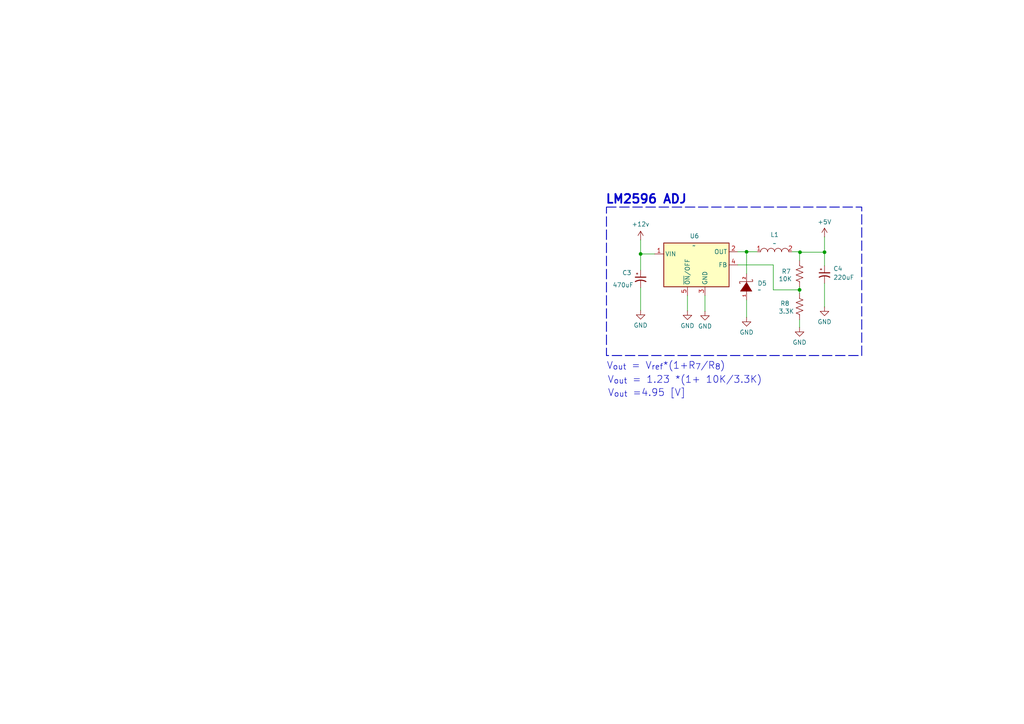
<source format=kicad_sch>
(kicad_sch
	(version 20250114)
	(generator "eeschema")
	(generator_version "9.0")
	(uuid "14393381-394c-45e9-87b8-e681d0cc0363")
	(paper "A4")
	(lib_symbols
		(symbol "Device:C_Polarized_Small_US"
			(pin_numbers
				(hide yes)
			)
			(pin_names
				(offset 0.254)
				(hide yes)
			)
			(exclude_from_sim no)
			(in_bom yes)
			(on_board yes)
			(property "Reference" "C"
				(at 0.254 1.778 0)
				(effects
					(font
						(size 1.27 1.27)
					)
					(justify left)
				)
			)
			(property "Value" "C_Polarized_Small_US"
				(at 0.254 -2.032 0)
				(effects
					(font
						(size 1.27 1.27)
					)
					(justify left)
				)
			)
			(property "Footprint" ""
				(at 0 0 0)
				(effects
					(font
						(size 1.27 1.27)
					)
					(hide yes)
				)
			)
			(property "Datasheet" "~"
				(at 0 0 0)
				(effects
					(font
						(size 1.27 1.27)
					)
					(hide yes)
				)
			)
			(property "Description" "Polarized capacitor, small US symbol"
				(at 0 0 0)
				(effects
					(font
						(size 1.27 1.27)
					)
					(hide yes)
				)
			)
			(property "ki_keywords" "cap capacitor"
				(at 0 0 0)
				(effects
					(font
						(size 1.27 1.27)
					)
					(hide yes)
				)
			)
			(property "ki_fp_filters" "CP_*"
				(at 0 0 0)
				(effects
					(font
						(size 1.27 1.27)
					)
					(hide yes)
				)
			)
			(symbol "C_Polarized_Small_US_0_1"
				(polyline
					(pts
						(xy -1.524 0.508) (xy 1.524 0.508)
					)
					(stroke
						(width 0.3048)
						(type default)
					)
					(fill
						(type none)
					)
				)
				(polyline
					(pts
						(xy -1.27 1.524) (xy -0.762 1.524)
					)
					(stroke
						(width 0)
						(type default)
					)
					(fill
						(type none)
					)
				)
				(polyline
					(pts
						(xy -1.016 1.27) (xy -1.016 1.778)
					)
					(stroke
						(width 0)
						(type default)
					)
					(fill
						(type none)
					)
				)
				(arc
					(start -1.524 -0.762)
					(mid 0 -0.3734)
					(end 1.524 -0.762)
					(stroke
						(width 0.3048)
						(type default)
					)
					(fill
						(type none)
					)
				)
			)
			(symbol "C_Polarized_Small_US_1_1"
				(pin passive line
					(at 0 2.54 270)
					(length 2.032)
					(name "~"
						(effects
							(font
								(size 1.27 1.27)
							)
						)
					)
					(number "1"
						(effects
							(font
								(size 1.27 1.27)
							)
						)
					)
				)
				(pin passive line
					(at 0 -2.54 90)
					(length 2.032)
					(name "~"
						(effects
							(font
								(size 1.27 1.27)
							)
						)
					)
					(number "2"
						(effects
							(font
								(size 1.27 1.27)
							)
						)
					)
				)
			)
			(embedded_fonts no)
		)
		(symbol "Device:R_US"
			(pin_numbers
				(hide yes)
			)
			(pin_names
				(offset 0)
			)
			(exclude_from_sim no)
			(in_bom yes)
			(on_board yes)
			(property "Reference" "R"
				(at 2.54 0 90)
				(effects
					(font
						(size 1.27 1.27)
					)
				)
			)
			(property "Value" "R_US"
				(at -2.54 0 90)
				(effects
					(font
						(size 1.27 1.27)
					)
				)
			)
			(property "Footprint" ""
				(at 1.016 -0.254 90)
				(effects
					(font
						(size 1.27 1.27)
					)
					(hide yes)
				)
			)
			(property "Datasheet" "~"
				(at 0 0 0)
				(effects
					(font
						(size 1.27 1.27)
					)
					(hide yes)
				)
			)
			(property "Description" "Resistor, US symbol"
				(at 0 0 0)
				(effects
					(font
						(size 1.27 1.27)
					)
					(hide yes)
				)
			)
			(property "ki_keywords" "R res resistor"
				(at 0 0 0)
				(effects
					(font
						(size 1.27 1.27)
					)
					(hide yes)
				)
			)
			(property "ki_fp_filters" "R_*"
				(at 0 0 0)
				(effects
					(font
						(size 1.27 1.27)
					)
					(hide yes)
				)
			)
			(symbol "R_US_0_1"
				(polyline
					(pts
						(xy 0 2.286) (xy 0 2.54)
					)
					(stroke
						(width 0)
						(type default)
					)
					(fill
						(type none)
					)
				)
				(polyline
					(pts
						(xy 0 2.286) (xy 1.016 1.905) (xy 0 1.524) (xy -1.016 1.143) (xy 0 0.762)
					)
					(stroke
						(width 0)
						(type default)
					)
					(fill
						(type none)
					)
				)
				(polyline
					(pts
						(xy 0 0.762) (xy 1.016 0.381) (xy 0 0) (xy -1.016 -0.381) (xy 0 -0.762)
					)
					(stroke
						(width 0)
						(type default)
					)
					(fill
						(type none)
					)
				)
				(polyline
					(pts
						(xy 0 -0.762) (xy 1.016 -1.143) (xy 0 -1.524) (xy -1.016 -1.905) (xy 0 -2.286)
					)
					(stroke
						(width 0)
						(type default)
					)
					(fill
						(type none)
					)
				)
				(polyline
					(pts
						(xy 0 -2.286) (xy 0 -2.54)
					)
					(stroke
						(width 0)
						(type default)
					)
					(fill
						(type none)
					)
				)
			)
			(symbol "R_US_1_1"
				(pin passive line
					(at 0 3.81 270)
					(length 1.27)
					(name "~"
						(effects
							(font
								(size 1.27 1.27)
							)
						)
					)
					(number "1"
						(effects
							(font
								(size 1.27 1.27)
							)
						)
					)
				)
				(pin passive line
					(at 0 -3.81 90)
					(length 1.27)
					(name "~"
						(effects
							(font
								(size 1.27 1.27)
							)
						)
					)
					(number "2"
						(effects
							(font
								(size 1.27 1.27)
							)
						)
					)
				)
			)
			(embedded_fonts no)
		)
		(symbol "JuanDavid_Library:Coil__2.5A_100uH"
			(exclude_from_sim no)
			(in_bom yes)
			(on_board yes)
			(property "Reference" "L"
				(at -3.302 3.81 0)
				(effects
					(font
						(size 1.27 1.27)
					)
				)
			)
			(property "Value" ""
				(at 0 0 0)
				(effects
					(font
						(size 1.27 1.27)
					)
				)
			)
			(property "Footprint" "JuanDavid_Library:IND-SMD_L10.3-W10.3_1274AS-H-330M"
				(at 1.27 -5.334 0)
				(effects
					(font
						(size 1.27 1.27)
					)
					(hide yes)
				)
			)
			(property "Datasheet" ""
				(at 0 0 0)
				(effects
					(font
						(size 1.27 1.27)
					)
					(hide yes)
				)
			)
			(property "Description" ""
				(at 0 0 0)
				(effects
					(font
						(size 1.27 1.27)
					)
					(hide yes)
				)
			)
			(property "LCSC Part" "C2875675"
				(at 0 -2.794 0)
				(effects
					(font
						(size 1.27 1.27)
					)
					(hide yes)
				)
			)
			(property "Name" "Coil"
				(at -3.81 -7.62 0)
				(effects
					(font
						(size 1.27 1.27)
					)
					(hide yes)
				)
			)
			(symbol "Coil__2.5A_100uH_0_1"
				(arc
					(start -4.06 -0.01)
					(mid -3.055 1.013)
					(end -2.03 0.01)
					(stroke
						(width 0)
						(type default)
					)
					(fill
						(type none)
					)
				)
				(arc
					(start -2.03 -0.01)
					(mid -1.025 1.013)
					(end 0 0.01)
					(stroke
						(width 0)
						(type default)
					)
					(fill
						(type none)
					)
				)
				(arc
					(start 0 -0.01)
					(mid 1.005 1.013)
					(end 2.03 0.01)
					(stroke
						(width 0)
						(type default)
					)
					(fill
						(type none)
					)
				)
				(arc
					(start 2.03 -0.01)
					(mid 3.035 1.013)
					(end 4.06 0.01)
					(stroke
						(width 0)
						(type default)
					)
					(fill
						(type none)
					)
				)
			)
			(symbol "Coil__2.5A_100uH_1_1"
				(pin unspecified line
					(at -5.08 0 0)
					(length 1.016)
					(name ""
						(effects
							(font
								(size 1.27 1.27)
							)
						)
					)
					(number "1"
						(effects
							(font
								(size 1.27 1.27)
							)
						)
					)
				)
				(pin unspecified line
					(at 5.08 0 180)
					(length 1.016)
					(name ""
						(effects
							(font
								(size 1.27 1.27)
							)
						)
					)
					(number "2"
						(effects
							(font
								(size 1.27 1.27)
							)
						)
					)
				)
			)
			(embedded_fonts no)
		)
		(symbol "JuanDavid_Library:LM2596-adj"
			(exclude_from_sim no)
			(in_bom yes)
			(on_board yes)
			(property "Reference" "U"
				(at 1.27 9.525 0)
				(effects
					(font
						(size 1.27 1.27)
					)
				)
			)
			(property "Value" ""
				(at 0 0 0)
				(effects
					(font
						(size 1.27 1.27)
					)
				)
			)
			(property "Footprint" "JuanDavid_Library:TO-263-5_L10.2-W8.9-P1.70-BR"
				(at 2.54 -22.225 0)
				(effects
					(font
						(size 1.27 1.27)
					)
					(hide yes)
				)
			)
			(property "Datasheet" ""
				(at 0 0 0)
				(effects
					(font
						(size 1.27 1.27)
					)
					(hide yes)
				)
			)
			(property "Description" "Step-down type Adjustable 40V 1.2V~37V 3A TO-263-5 DC-DC Converters ROHS"
				(at 1.27 -14.605 0)
				(effects
					(font
						(size 1.27 1.27)
					)
					(hide yes)
				)
			)
			(property "LCSC Part" "C347423"
				(at 1.27 -19.685 0)
				(effects
					(font
						(size 1.27 1.27)
					)
					(hide yes)
				)
			)
			(property "Name" "LM2596S-ADJ"
				(at 0.635 -17.145 0)
				(effects
					(font
						(size 1.27 1.27)
					)
					(hide yes)
				)
			)
			(symbol "LM2596-adj_0_1"
				(rectangle
					(start -8.763 6.35)
					(end 10.16 -6.35)
					(stroke
						(width 0.254)
						(type default)
					)
					(fill
						(type background)
					)
				)
			)
			(symbol "LM2596-adj_1_1"
				(pin power_in line
					(at -11.43 3.175 0)
					(length 2.54)
					(name "VIN"
						(effects
							(font
								(size 1.27 1.27)
							)
						)
					)
					(number "1"
						(effects
							(font
								(size 1.27 1.27)
							)
						)
					)
				)
				(pin input line
					(at -1.905 -8.89 90)
					(length 2.54)
					(name "~{ON}/OFF"
						(effects
							(font
								(size 1.27 1.27)
							)
						)
					)
					(number "5"
						(effects
							(font
								(size 1.27 1.27)
							)
						)
					)
				)
				(pin power_in line
					(at 3.175 -8.89 90)
					(length 2.54)
					(name "GND"
						(effects
							(font
								(size 1.27 1.27)
							)
						)
					)
					(number "3"
						(effects
							(font
								(size 1.27 1.27)
							)
						)
					)
				)
				(pin output line
					(at 12.7 3.81 180)
					(length 2.54)
					(name "OUT"
						(effects
							(font
								(size 1.27 1.27)
							)
						)
					)
					(number "2"
						(effects
							(font
								(size 1.27 1.27)
							)
						)
					)
				)
				(pin input line
					(at 12.7 0 180)
					(length 2.54)
					(name "FB"
						(effects
							(font
								(size 1.27 1.27)
							)
						)
					)
					(number "4"
						(effects
							(font
								(size 1.27 1.27)
							)
						)
					)
				)
			)
			(embedded_fonts no)
		)
		(symbol "JuanDavid_Library:SS54"
			(exclude_from_sim no)
			(in_bom yes)
			(on_board yes)
			(property "Reference" "D"
				(at 0 2.54 0)
				(effects
					(font
						(size 1.27 1.27)
					)
				)
			)
			(property "Value" ""
				(at 0 0 0)
				(effects
					(font
						(size 1.27 1.27)
					)
				)
			)
			(property "Footprint" "JuanDavid_Library:SMA_L4.4-W2.8-LS5.4-R-RD"
				(at 1.27 -6.35 0)
				(effects
					(font
						(size 1.27 1.27)
					)
					(hide yes)
				)
			)
			(property "Datasheet" ""
				(at 0 0 0)
				(effects
					(font
						(size 1.27 1.27)
					)
					(hide yes)
				)
			)
			(property "Description" "40V 550mV@5A 5A SMA(DO-214AC) Schottky Barrier Diodes (SBD) ROHS"
				(at 1.27 -8.89 0)
				(effects
					(font
						(size 1.27 1.27)
					)
					(hide yes)
				)
			)
			(property "LCSC Part" "C22452"
				(at 0 -3.81 0)
				(effects
					(font
						(size 1.27 1.27)
					)
					(hide yes)
				)
			)
			(property "Name" "SS54"
				(at 1.27 -11.43 0)
				(effects
					(font
						(size 1.27 1.27)
					)
					(hide yes)
				)
			)
			(symbol "SS54_0_1"
				(polyline
					(pts
						(xy -2.03 1.52) (xy -2.03 1.78) (xy -1.52 1.78) (xy -1.52 -2.03) (xy -1.02 -2.03) (xy -1.02 -1.78)
					)
					(stroke
						(width 0)
						(type default)
					)
					(fill
						(type none)
					)
				)
			)
			(symbol "SS54_1_1"
				(polyline
					(pts
						(xy 1.27 1.52) (xy -1.27 0) (xy 1.27 -1.78) (xy 1.27 1.52)
					)
					(stroke
						(width 0)
						(type solid)
					)
					(fill
						(type color)
						(color 132 0 0 1)
					)
				)
				(pin output line
					(at -3.81 0 0)
					(length 2.54)
					(name ""
						(effects
							(font
								(size 1.27 1.27)
							)
						)
					)
					(number "2"
						(effects
							(font
								(size 0.762 0.762)
							)
						)
					)
				)
				(pin input line
					(at 3.81 0 180)
					(length 2.54)
					(name ""
						(effects
							(font
								(size 1.27 1.27)
							)
						)
					)
					(number "1"
						(effects
							(font
								(size 0.762 0.762)
							)
						)
					)
				)
			)
			(embedded_fonts no)
		)
		(symbol "power:+12C"
			(power)
			(pin_numbers
				(hide yes)
			)
			(pin_names
				(offset 0)
				(hide yes)
			)
			(exclude_from_sim no)
			(in_bom yes)
			(on_board yes)
			(property "Reference" "#PWR"
				(at 0 -3.81 0)
				(effects
					(font
						(size 1.27 1.27)
					)
					(hide yes)
				)
			)
			(property "Value" "+12C"
				(at 0 3.556 0)
				(effects
					(font
						(size 1.27 1.27)
					)
				)
			)
			(property "Footprint" ""
				(at 0 0 0)
				(effects
					(font
						(size 1.27 1.27)
					)
					(hide yes)
				)
			)
			(property "Datasheet" ""
				(at 0 0 0)
				(effects
					(font
						(size 1.27 1.27)
					)
					(hide yes)
				)
			)
			(property "Description" "Power symbol creates a global label with name \"+12C\""
				(at 0 0 0)
				(effects
					(font
						(size 1.27 1.27)
					)
					(hide yes)
				)
			)
			(property "ki_keywords" "global power"
				(at 0 0 0)
				(effects
					(font
						(size 1.27 1.27)
					)
					(hide yes)
				)
			)
			(symbol "+12C_0_1"
				(polyline
					(pts
						(xy -0.762 1.27) (xy 0 2.54)
					)
					(stroke
						(width 0)
						(type default)
					)
					(fill
						(type none)
					)
				)
				(polyline
					(pts
						(xy 0 2.54) (xy 0.762 1.27)
					)
					(stroke
						(width 0)
						(type default)
					)
					(fill
						(type none)
					)
				)
				(polyline
					(pts
						(xy 0 0) (xy 0 2.54)
					)
					(stroke
						(width 0)
						(type default)
					)
					(fill
						(type none)
					)
				)
			)
			(symbol "+12C_1_1"
				(pin power_in line
					(at 0 0 90)
					(length 0)
					(name "~"
						(effects
							(font
								(size 1.27 1.27)
							)
						)
					)
					(number "1"
						(effects
							(font
								(size 1.27 1.27)
							)
						)
					)
				)
			)
			(embedded_fonts no)
		)
		(symbol "power:+5V"
			(power)
			(pin_numbers
				(hide yes)
			)
			(pin_names
				(offset 0)
				(hide yes)
			)
			(exclude_from_sim no)
			(in_bom yes)
			(on_board yes)
			(property "Reference" "#PWR"
				(at 0 -3.81 0)
				(effects
					(font
						(size 1.27 1.27)
					)
					(hide yes)
				)
			)
			(property "Value" "+5V"
				(at 0 3.556 0)
				(effects
					(font
						(size 1.27 1.27)
					)
				)
			)
			(property "Footprint" ""
				(at 0 0 0)
				(effects
					(font
						(size 1.27 1.27)
					)
					(hide yes)
				)
			)
			(property "Datasheet" ""
				(at 0 0 0)
				(effects
					(font
						(size 1.27 1.27)
					)
					(hide yes)
				)
			)
			(property "Description" "Power symbol creates a global label with name \"+5V\""
				(at 0 0 0)
				(effects
					(font
						(size 1.27 1.27)
					)
					(hide yes)
				)
			)
			(property "ki_keywords" "global power"
				(at 0 0 0)
				(effects
					(font
						(size 1.27 1.27)
					)
					(hide yes)
				)
			)
			(symbol "+5V_0_1"
				(polyline
					(pts
						(xy -0.762 1.27) (xy 0 2.54)
					)
					(stroke
						(width 0)
						(type default)
					)
					(fill
						(type none)
					)
				)
				(polyline
					(pts
						(xy 0 2.54) (xy 0.762 1.27)
					)
					(stroke
						(width 0)
						(type default)
					)
					(fill
						(type none)
					)
				)
				(polyline
					(pts
						(xy 0 0) (xy 0 2.54)
					)
					(stroke
						(width 0)
						(type default)
					)
					(fill
						(type none)
					)
				)
			)
			(symbol "+5V_1_1"
				(pin power_in line
					(at 0 0 90)
					(length 0)
					(name "~"
						(effects
							(font
								(size 1.27 1.27)
							)
						)
					)
					(number "1"
						(effects
							(font
								(size 1.27 1.27)
							)
						)
					)
				)
			)
			(embedded_fonts no)
		)
		(symbol "power:GND"
			(power)
			(pin_numbers
				(hide yes)
			)
			(pin_names
				(offset 0)
				(hide yes)
			)
			(exclude_from_sim no)
			(in_bom yes)
			(on_board yes)
			(property "Reference" "#PWR"
				(at 0 -6.35 0)
				(effects
					(font
						(size 1.27 1.27)
					)
					(hide yes)
				)
			)
			(property "Value" "GND"
				(at 0 -3.81 0)
				(effects
					(font
						(size 1.27 1.27)
					)
				)
			)
			(property "Footprint" ""
				(at 0 0 0)
				(effects
					(font
						(size 1.27 1.27)
					)
					(hide yes)
				)
			)
			(property "Datasheet" ""
				(at 0 0 0)
				(effects
					(font
						(size 1.27 1.27)
					)
					(hide yes)
				)
			)
			(property "Description" "Power symbol creates a global label with name \"GND\" , ground"
				(at 0 0 0)
				(effects
					(font
						(size 1.27 1.27)
					)
					(hide yes)
				)
			)
			(property "ki_keywords" "global power"
				(at 0 0 0)
				(effects
					(font
						(size 1.27 1.27)
					)
					(hide yes)
				)
			)
			(symbol "GND_0_1"
				(polyline
					(pts
						(xy 0 0) (xy 0 -1.27) (xy 1.27 -1.27) (xy 0 -2.54) (xy -1.27 -1.27) (xy 0 -1.27)
					)
					(stroke
						(width 0)
						(type default)
					)
					(fill
						(type none)
					)
				)
			)
			(symbol "GND_1_1"
				(pin power_in line
					(at 0 0 270)
					(length 0)
					(name "~"
						(effects
							(font
								(size 1.27 1.27)
							)
						)
					)
					(number "1"
						(effects
							(font
								(size 1.27 1.27)
							)
						)
					)
				)
			)
			(embedded_fonts no)
		)
	)
	(rectangle
		(start 175.895 60.071)
		(end 249.936 103.124)
		(stroke
			(width 0.254)
			(type dash)
		)
		(fill
			(type none)
		)
		(uuid e21d0e7b-5e40-457b-9a68-1dcb7c540585)
	)
	(text "V_{out} =4.95 [V]"
		(exclude_from_sim no)
		(at 187.579 114.046 0)
		(effects
			(font
				(size 2.032 2.032)
			)
		)
		(uuid "328dc975-7bc6-41e7-95cf-82a6d4b88fc6")
	)
	(text "V_{out} = 1.23 *(1+ ${5e525287-e87d-4e0b-b53e-feecc9cd7c21:VALUE}/${d14be894-936e-429c-b777-c015d9783fcb:VALUE})"
		(exclude_from_sim no)
		(at 198.628 110.236 0)
		(effects
			(font
				(size 2.032 2.032)
			)
		)
		(uuid "a340c143-3893-49b7-a4a4-28c650fbf963")
	)
	(text "V_{out} = V_{ref}*(1+R_{7}/R_{8})"
		(exclude_from_sim no)
		(at 193.167 106.172 0)
		(effects
			(font
				(size 2.032 2.032)
			)
		)
		(uuid "b15506a3-483d-49c4-9e9c-4197ca67ce49")
	)
	(text "LM2596 ADJ\n"
		(exclude_from_sim no)
		(at 187.452 57.912 0)
		(effects
			(font
				(face "KiCad Font")
				(size 2.54 2.54)
				(bold yes)
			)
		)
		(uuid "bbd2572c-5388-464d-8f35-db2091483905")
	)
	(junction
		(at 216.535 73.025)
		(diameter 0)
		(color 0 0 0 0)
		(uuid "10eaface-48c0-4a45-848c-804cecd40ab4")
	)
	(junction
		(at 185.801 73.66)
		(diameter 0)
		(color 0 0 0 0)
		(uuid "8a442a01-1df1-40f5-92e5-8e0e5cda7992")
	)
	(junction
		(at 232.029 73.152)
		(diameter 0)
		(color 0 0 0 0)
		(uuid "920c7386-f1ef-4c49-8528-0222419da98a")
	)
	(junction
		(at 231.902 84.074)
		(diameter 0)
		(color 0 0 0 0)
		(uuid "b9b0b7aa-6c01-4c3c-9a93-d6b2424dba2d")
	)
	(junction
		(at 239.141 73.152)
		(diameter 0)
		(color 0 0 0 0)
		(uuid "d608dc74-87e5-4585-9080-320401642850")
	)
	(wire
		(pts
			(xy 185.801 73.66) (xy 185.801 78.359)
		)
		(stroke
			(width 0)
			(type default)
		)
		(uuid "0dc3ac6c-a878-4e92-8069-4d7721616390")
	)
	(wire
		(pts
			(xy 229.743 73.025) (xy 232.029 73.025)
		)
		(stroke
			(width 0)
			(type default)
		)
		(uuid "1577de38-2aec-403b-beda-936f5994b257")
	)
	(wire
		(pts
			(xy 231.902 73.152) (xy 231.902 75.565)
		)
		(stroke
			(width 0)
			(type default)
		)
		(uuid "2e4ae254-803e-46ac-bc35-23d8eec88821")
	)
	(wire
		(pts
			(xy 239.141 68.707) (xy 239.141 73.152)
		)
		(stroke
			(width 0)
			(type default)
		)
		(uuid "34322086-b88b-4868-b53a-fef167b5fe8a")
	)
	(wire
		(pts
			(xy 213.995 76.835) (xy 224.282 76.835)
		)
		(stroke
			(width 0)
			(type default)
		)
		(uuid "44137428-0a3a-4533-84ed-897f1f98fac8")
	)
	(wire
		(pts
			(xy 224.282 84.074) (xy 231.902 84.074)
		)
		(stroke
			(width 0)
			(type default)
		)
		(uuid "476d141b-5776-40f4-9f1a-d785d826453c")
	)
	(wire
		(pts
			(xy 185.801 83.439) (xy 185.801 90.043)
		)
		(stroke
			(width 0)
			(type default)
		)
		(uuid "48b4d960-a805-484d-beac-98eac248c998")
	)
	(wire
		(pts
			(xy 231.902 73.152) (xy 232.029 73.152)
		)
		(stroke
			(width 0)
			(type default)
		)
		(uuid "4982a368-a515-4488-81b9-1a62aa3cc550")
	)
	(wire
		(pts
			(xy 189.865 73.66) (xy 185.801 73.66)
		)
		(stroke
			(width 0)
			(type default)
		)
		(uuid "4c9d40a2-a913-4324-9553-09b6562bb243")
	)
	(wire
		(pts
			(xy 224.282 76.835) (xy 224.282 84.074)
		)
		(stroke
			(width 0)
			(type default)
		)
		(uuid "4d932379-1207-4dc7-9698-1d5f7116adec")
	)
	(wire
		(pts
			(xy 185.801 69.596) (xy 185.801 73.66)
		)
		(stroke
			(width 0)
			(type default)
		)
		(uuid "5114ed59-fcfb-49e4-a9d8-488b8b3aa057")
	)
	(wire
		(pts
			(xy 232.029 73.152) (xy 239.141 73.152)
		)
		(stroke
			(width 0)
			(type default)
		)
		(uuid "51939961-d2a3-42bb-94f0-845a8306b037")
	)
	(wire
		(pts
			(xy 231.902 83.185) (xy 231.902 84.074)
		)
		(stroke
			(width 0)
			(type default)
		)
		(uuid "62cc1ee4-6cd3-427d-b160-65412adacfd7")
	)
	(wire
		(pts
			(xy 216.535 86.995) (xy 216.535 92.075)
		)
		(stroke
			(width 0)
			(type default)
		)
		(uuid "6ca04718-c2ba-4fe9-a14b-f5162773db1b")
	)
	(wire
		(pts
			(xy 216.535 73.025) (xy 216.535 79.375)
		)
		(stroke
			(width 0)
			(type default)
		)
		(uuid "7f766edd-a3e2-46cb-9235-e3a0b9e65926")
	)
	(wire
		(pts
			(xy 199.39 85.725) (xy 199.39 90.17)
		)
		(stroke
			(width 0)
			(type default)
		)
		(uuid "98b05b3a-605d-43ba-82ce-ff1ed734bcb8")
	)
	(wire
		(pts
			(xy 216.535 73.025) (xy 219.583 73.025)
		)
		(stroke
			(width 0)
			(type default)
		)
		(uuid "9923bff2-dc92-4c4b-a081-83641c606f58")
	)
	(wire
		(pts
			(xy 239.141 73.152) (xy 239.141 77.089)
		)
		(stroke
			(width 0)
			(type default)
		)
		(uuid "aa0aadd3-1977-4b12-9e54-937e947443d1")
	)
	(wire
		(pts
			(xy 204.47 85.725) (xy 204.47 90.297)
		)
		(stroke
			(width 0)
			(type default)
		)
		(uuid "bf091975-cacc-4735-9a63-4dc4a7acdf61")
	)
	(wire
		(pts
			(xy 239.141 82.169) (xy 239.141 89.027)
		)
		(stroke
			(width 0)
			(type default)
		)
		(uuid "d71ee9b4-baf5-489b-8ce6-79a0476ba143")
	)
	(wire
		(pts
			(xy 232.029 73.025) (xy 232.029 73.152)
		)
		(stroke
			(width 0)
			(type default)
		)
		(uuid "d92a9af4-460d-4f76-ae92-8cc54e7f0495")
	)
	(wire
		(pts
			(xy 231.902 92.71) (xy 231.902 94.996)
		)
		(stroke
			(width 0)
			(type default)
		)
		(uuid "e479f48c-9cf1-422a-8c79-ed67891fa38a")
	)
	(wire
		(pts
			(xy 231.902 84.074) (xy 231.902 85.09)
		)
		(stroke
			(width 0)
			(type default)
		)
		(uuid "f4aabeda-6d65-4e55-bd91-a986a0a52333")
	)
	(wire
		(pts
			(xy 213.995 73.025) (xy 216.535 73.025)
		)
		(stroke
			(width 0)
			(type default)
		)
		(uuid "fd117d85-cd42-4167-b532-8f6b5e239c56")
	)
	(symbol
		(lib_id "JuanDavid_Library:Coil__2.5A_100uH")
		(at 224.663 73.025 0)
		(unit 1)
		(exclude_from_sim no)
		(in_bom yes)
		(on_board yes)
		(dnp no)
		(fields_autoplaced yes)
		(uuid "04f0f6da-a1a7-4991-b550-701a7fb647aa")
		(property "Reference" "L1"
			(at 224.663 68.072 0)
			(effects
				(font
					(size 1.27 1.27)
				)
			)
		)
		(property "Value" "~"
			(at 224.663 70.612 0)
			(effects
				(font
					(size 1.27 1.27)
				)
			)
		)
		(property "Footprint" "JuanDavid_Library:IND-SMD_L10.3-W10.3_1274AS-H-330M"
			(at 225.933 78.359 0)
			(effects
				(font
					(size 1.27 1.27)
				)
				(hide yes)
			)
		)
		(property "Datasheet" ""
			(at 224.663 73.025 0)
			(effects
				(font
					(size 1.27 1.27)
				)
				(hide yes)
			)
		)
		(property "Description" ""
			(at 224.663 73.025 0)
			(effects
				(font
					(size 1.27 1.27)
				)
				(hide yes)
			)
		)
		(property "LCSC Part" "C2875675"
			(at 224.663 75.819 0)
			(effects
				(font
					(size 1.27 1.27)
				)
				(hide yes)
			)
		)
		(property "Name" "Coil"
			(at 220.853 80.645 0)
			(effects
				(font
					(size 1.27 1.27)
				)
				(hide yes)
			)
		)
		(pin "1"
			(uuid "4ff9696c-77ff-4344-bace-027b5abe527e")
		)
		(pin "2"
			(uuid "88d8e302-34dc-40e6-98cf-d9cfd07f359d")
		)
		(instances
			(project "solder_oven_PCB"
				(path "/c99967d6-1784-4524-bb7c-8c5548fde15b/213d7e4c-0ed0-4ed7-8cef-d0da1246c87d"
					(reference "L1")
					(unit 1)
				)
			)
		)
	)
	(symbol
		(lib_id "Device:C_Polarized_Small_US")
		(at 185.801 80.899 0)
		(unit 1)
		(exclude_from_sim no)
		(in_bom yes)
		(on_board yes)
		(dnp no)
		(uuid "0993861b-2f05-4397-8bd1-e1be521023e3")
		(property "Reference" "C3"
			(at 180.467 79.121 0)
			(effects
				(font
					(size 1.27 1.27)
				)
				(justify left)
			)
		)
		(property "Value" "470uF"
			(at 177.673 82.677 0)
			(effects
				(font
					(size 1.27 1.27)
				)
				(justify left)
			)
		)
		(property "Footprint" "Capacitor_SMD:C_Elec_8x6.2"
			(at 185.801 80.899 0)
			(effects
				(font
					(size 1.27 1.27)
				)
				(hide yes)
			)
		)
		(property "Datasheet" "~"
			(at 185.801 80.899 0)
			(effects
				(font
					(size 1.27 1.27)
				)
				(hide yes)
			)
		)
		(property "Description" "Polarized capacitor, small US symbol"
			(at 185.801 80.899 0)
			(effects
				(font
					(size 1.27 1.27)
				)
				(hide yes)
			)
		)
		(pin "2"
			(uuid "3f4b363e-1ae7-4aec-93b9-33c07e1d8d87")
		)
		(pin "1"
			(uuid "c3c4aeeb-4156-47c7-a1ce-af0f07cc302e")
		)
		(instances
			(project "solder_oven_PCB"
				(path "/c99967d6-1784-4524-bb7c-8c5548fde15b/213d7e4c-0ed0-4ed7-8cef-d0da1246c87d"
					(reference "C3")
					(unit 1)
				)
			)
		)
	)
	(symbol
		(lib_id "power:GND")
		(at 216.535 92.075 0)
		(unit 1)
		(exclude_from_sim no)
		(in_bom yes)
		(on_board yes)
		(dnp no)
		(fields_autoplaced yes)
		(uuid "411c0e33-04ca-4417-9f57-7e533c36e625")
		(property "Reference" "#PWR017"
			(at 216.535 98.425 0)
			(effects
				(font
					(size 1.27 1.27)
				)
				(hide yes)
			)
		)
		(property "Value" "GND"
			(at 216.535 96.393 0)
			(effects
				(font
					(size 1.27 1.27)
				)
			)
		)
		(property "Footprint" ""
			(at 216.535 92.075 0)
			(effects
				(font
					(size 1.27 1.27)
				)
				(hide yes)
			)
		)
		(property "Datasheet" ""
			(at 216.535 92.075 0)
			(effects
				(font
					(size 1.27 1.27)
				)
				(hide yes)
			)
		)
		(property "Description" "Power symbol creates a global label with name \"GND\" , ground"
			(at 216.535 92.075 0)
			(effects
				(font
					(size 1.27 1.27)
				)
				(hide yes)
			)
		)
		(pin "1"
			(uuid "298d83bd-460e-4d63-9808-d9a33bbcc608")
		)
		(instances
			(project "solder_oven_PCB"
				(path "/c99967d6-1784-4524-bb7c-8c5548fde15b/213d7e4c-0ed0-4ed7-8cef-d0da1246c87d"
					(reference "#PWR017")
					(unit 1)
				)
			)
		)
	)
	(symbol
		(lib_id "JuanDavid_Library:LM2596-adj")
		(at 201.295 76.835 0)
		(unit 1)
		(exclude_from_sim no)
		(in_bom yes)
		(on_board yes)
		(dnp no)
		(uuid "4d81cfcb-6650-4b9f-ba53-f58a238bf856")
		(property "Reference" "U6"
			(at 201.422 68.453 0)
			(effects
				(font
					(size 1.27 1.27)
				)
			)
		)
		(property "Value" "~"
			(at 201.295 71.247 0)
			(effects
				(font
					(size 1.27 1.27)
				)
			)
		)
		(property "Footprint" "JuanDavid_Library:TO-263-5_L10.2-W8.9-P1.70-BR"
			(at 203.835 99.06 0)
			(effects
				(font
					(size 1.27 1.27)
				)
				(hide yes)
			)
		)
		(property "Datasheet" ""
			(at 201.295 76.835 0)
			(effects
				(font
					(size 1.27 1.27)
				)
				(hide yes)
			)
		)
		(property "Description" "    Step-down type Adjustable 40V 1.2V~37V 3A TO-263-5 DC-DC Converters ROHS"
			(at 202.565 91.44 0)
			(effects
				(font
					(size 1.27 1.27)
				)
				(hide yes)
			)
		)
		(property "LCSC Part" "C347423"
			(at 202.565 96.52 0)
			(effects
				(font
					(size 1.27 1.27)
				)
				(hide yes)
			)
		)
		(property "Name" "LM2596S-ADJ"
			(at 201.93 93.98 0)
			(effects
				(font
					(size 1.27 1.27)
				)
				(hide yes)
			)
		)
		(pin "1"
			(uuid "2d288bfb-b96b-43f4-94b4-1d7c7ecede63")
		)
		(pin "5"
			(uuid "8f5c819c-d466-413b-9848-d8f4d239e9e6")
		)
		(pin "3"
			(uuid "8b45823a-ea2f-4975-8985-5b8910caec63")
		)
		(pin "4"
			(uuid "22439738-dfc0-4b33-93cd-81cb78990030")
		)
		(pin "2"
			(uuid "d79ec95a-ced7-469b-a219-efc5d51afae5")
		)
		(instances
			(project "solder_oven_PCB"
				(path "/c99967d6-1784-4524-bb7c-8c5548fde15b/213d7e4c-0ed0-4ed7-8cef-d0da1246c87d"
					(reference "U6")
					(unit 1)
				)
			)
		)
	)
	(symbol
		(lib_id "power:GND")
		(at 199.39 90.17 0)
		(unit 1)
		(exclude_from_sim no)
		(in_bom yes)
		(on_board yes)
		(dnp no)
		(fields_autoplaced yes)
		(uuid "5e3ffecf-c95a-4228-8063-ef4e274ec412")
		(property "Reference" "#PWR015"
			(at 199.39 96.52 0)
			(effects
				(font
					(size 1.27 1.27)
				)
				(hide yes)
			)
		)
		(property "Value" "GND"
			(at 199.39 94.488 0)
			(effects
				(font
					(size 1.27 1.27)
				)
			)
		)
		(property "Footprint" ""
			(at 199.39 90.17 0)
			(effects
				(font
					(size 1.27 1.27)
				)
				(hide yes)
			)
		)
		(property "Datasheet" ""
			(at 199.39 90.17 0)
			(effects
				(font
					(size 1.27 1.27)
				)
				(hide yes)
			)
		)
		(property "Description" "Power symbol creates a global label with name \"GND\" , ground"
			(at 199.39 90.17 0)
			(effects
				(font
					(size 1.27 1.27)
				)
				(hide yes)
			)
		)
		(pin "1"
			(uuid "7b296b4d-00c0-48ff-a504-0d46165ae7aa")
		)
		(instances
			(project "solder_oven_PCB"
				(path "/c99967d6-1784-4524-bb7c-8c5548fde15b/213d7e4c-0ed0-4ed7-8cef-d0da1246c87d"
					(reference "#PWR015")
					(unit 1)
				)
			)
		)
	)
	(symbol
		(lib_id "Device:R_US")
		(at 231.902 79.375 180)
		(unit 1)
		(exclude_from_sim no)
		(in_bom yes)
		(on_board yes)
		(dnp no)
		(uuid "5e525287-e87d-4e0b-b53e-feecc9cd7c21")
		(property "Reference" "R7"
			(at 226.695 78.74 0)
			(effects
				(font
					(size 1.27 1.27)
				)
				(justify right)
			)
		)
		(property "Value" "10K"
			(at 225.806 80.899 0)
			(effects
				(font
					(size 1.27 1.27)
				)
				(justify right)
			)
		)
		(property "Footprint" "Resistor_THT:R_Axial_DIN0204_L3.6mm_D1.6mm_P5.08mm_Horizontal"
			(at 230.886 79.121 90)
			(effects
				(font
					(size 1.27 1.27)
				)
				(hide yes)
			)
		)
		(property "Datasheet" "~"
			(at 231.902 79.375 0)
			(effects
				(font
					(size 1.27 1.27)
				)
				(hide yes)
			)
		)
		(property "Description" "Resistor, US symbol"
			(at 231.902 79.375 0)
			(effects
				(font
					(size 1.27 1.27)
				)
				(hide yes)
			)
		)
		(pin "1"
			(uuid "31146212-36dd-4f89-a0b5-a829b3852b30")
		)
		(pin "2"
			(uuid "020d9231-dbff-4278-8374-2b6b8a2d95d4")
		)
		(instances
			(project "solder_oven_PCB"
				(path "/c99967d6-1784-4524-bb7c-8c5548fde15b/213d7e4c-0ed0-4ed7-8cef-d0da1246c87d"
					(reference "R7")
					(unit 1)
				)
			)
		)
	)
	(symbol
		(lib_id "power:+12C")
		(at 185.801 69.596 0)
		(unit 1)
		(exclude_from_sim no)
		(in_bom yes)
		(on_board yes)
		(dnp no)
		(fields_autoplaced yes)
		(uuid "6b1c47dd-947c-4574-852f-f7cbf883bdb3")
		(property "Reference" "#PWR013"
			(at 185.801 73.406 0)
			(effects
				(font
					(size 1.27 1.27)
				)
				(hide yes)
			)
		)
		(property "Value" "+12v"
			(at 185.801 65.024 0)
			(effects
				(font
					(size 1.27 1.27)
				)
			)
		)
		(property "Footprint" ""
			(at 185.801 69.596 0)
			(effects
				(font
					(size 1.27 1.27)
				)
				(hide yes)
			)
		)
		(property "Datasheet" ""
			(at 185.801 69.596 0)
			(effects
				(font
					(size 1.27 1.27)
				)
				(hide yes)
			)
		)
		(property "Description" "Power symbol creates a global label with name \"+12C\""
			(at 185.801 69.596 0)
			(effects
				(font
					(size 1.27 1.27)
				)
				(hide yes)
			)
		)
		(pin "1"
			(uuid "e5dfa1a0-91bb-4930-ba2e-23cb0fc2b8c3")
		)
		(instances
			(project "solder_oven_PCB"
				(path "/c99967d6-1784-4524-bb7c-8c5548fde15b/213d7e4c-0ed0-4ed7-8cef-d0da1246c87d"
					(reference "#PWR013")
					(unit 1)
				)
			)
		)
	)
	(symbol
		(lib_id "power:GND")
		(at 231.902 94.996 0)
		(unit 1)
		(exclude_from_sim no)
		(in_bom yes)
		(on_board yes)
		(dnp no)
		(fields_autoplaced yes)
		(uuid "843713a4-d2e4-4a1e-9b82-eb71436350cf")
		(property "Reference" "#PWR018"
			(at 231.902 101.346 0)
			(effects
				(font
					(size 1.27 1.27)
				)
				(hide yes)
			)
		)
		(property "Value" "GND"
			(at 231.902 99.314 0)
			(effects
				(font
					(size 1.27 1.27)
				)
			)
		)
		(property "Footprint" ""
			(at 231.902 94.996 0)
			(effects
				(font
					(size 1.27 1.27)
				)
				(hide yes)
			)
		)
		(property "Datasheet" ""
			(at 231.902 94.996 0)
			(effects
				(font
					(size 1.27 1.27)
				)
				(hide yes)
			)
		)
		(property "Description" "Power symbol creates a global label with name \"GND\" , ground"
			(at 231.902 94.996 0)
			(effects
				(font
					(size 1.27 1.27)
				)
				(hide yes)
			)
		)
		(pin "1"
			(uuid "60a34a85-3527-4773-b19e-785676d89b13")
		)
		(instances
			(project "solder_oven_PCB"
				(path "/c99967d6-1784-4524-bb7c-8c5548fde15b/213d7e4c-0ed0-4ed7-8cef-d0da1246c87d"
					(reference "#PWR018")
					(unit 1)
				)
			)
		)
	)
	(symbol
		(lib_id "power:+5V")
		(at 239.141 68.707 0)
		(unit 1)
		(exclude_from_sim no)
		(in_bom yes)
		(on_board yes)
		(dnp no)
		(fields_autoplaced yes)
		(uuid "bde6a705-6e38-4862-9ce5-a6735983e538")
		(property "Reference" "#PWR019"
			(at 239.141 72.517 0)
			(effects
				(font
					(size 1.27 1.27)
				)
				(hide yes)
			)
		)
		(property "Value" "+5V"
			(at 239.141 64.389 0)
			(effects
				(font
					(size 1.27 1.27)
				)
			)
		)
		(property "Footprint" ""
			(at 239.141 68.707 0)
			(effects
				(font
					(size 1.27 1.27)
				)
				(hide yes)
			)
		)
		(property "Datasheet" ""
			(at 239.141 68.707 0)
			(effects
				(font
					(size 1.27 1.27)
				)
				(hide yes)
			)
		)
		(property "Description" "Power symbol creates a global label with name \"+5V\""
			(at 239.141 68.707 0)
			(effects
				(font
					(size 1.27 1.27)
				)
				(hide yes)
			)
		)
		(pin "1"
			(uuid "a4f7d507-7590-45cc-b6f2-65b66228d134")
		)
		(instances
			(project "solder_oven_PCB"
				(path "/c99967d6-1784-4524-bb7c-8c5548fde15b/213d7e4c-0ed0-4ed7-8cef-d0da1246c87d"
					(reference "#PWR019")
					(unit 1)
				)
			)
		)
	)
	(symbol
		(lib_id "Device:R_US")
		(at 231.902 88.9 180)
		(unit 1)
		(exclude_from_sim no)
		(in_bom yes)
		(on_board yes)
		(dnp no)
		(uuid "d14be894-936e-429c-b777-c015d9783fcb")
		(property "Reference" "R8"
			(at 226.314 88.011 0)
			(effects
				(font
					(size 1.27 1.27)
				)
				(justify right)
			)
		)
		(property "Value" "3.3K"
			(at 225.806 90.297 0)
			(effects
				(font
					(size 1.27 1.27)
				)
				(justify right)
			)
		)
		(property "Footprint" "Resistor_THT:R_Axial_DIN0204_L3.6mm_D1.6mm_P5.08mm_Horizontal"
			(at 230.886 88.646 90)
			(effects
				(font
					(size 1.27 1.27)
				)
				(hide yes)
			)
		)
		(property "Datasheet" "~"
			(at 231.902 88.9 0)
			(effects
				(font
					(size 1.27 1.27)
				)
				(hide yes)
			)
		)
		(property "Description" "Resistor, US symbol"
			(at 231.902 88.9 0)
			(effects
				(font
					(size 1.27 1.27)
				)
				(hide yes)
			)
		)
		(pin "1"
			(uuid "24e356b6-d1c0-4f0a-88e2-51cd8d96f13a")
		)
		(pin "2"
			(uuid "52f17163-4786-47ba-a04a-8c7626cd63cf")
		)
		(instances
			(project "solder_oven_PCB"
				(path "/c99967d6-1784-4524-bb7c-8c5548fde15b/213d7e4c-0ed0-4ed7-8cef-d0da1246c87d"
					(reference "R8")
					(unit 1)
				)
			)
		)
	)
	(symbol
		(lib_id "power:GND")
		(at 204.47 90.297 0)
		(unit 1)
		(exclude_from_sim no)
		(in_bom yes)
		(on_board yes)
		(dnp no)
		(fields_autoplaced yes)
		(uuid "d5b9a3b3-eec2-4c3b-92c4-f686fece919a")
		(property "Reference" "#PWR016"
			(at 204.47 96.647 0)
			(effects
				(font
					(size 1.27 1.27)
				)
				(hide yes)
			)
		)
		(property "Value" "GND"
			(at 204.47 94.615 0)
			(effects
				(font
					(size 1.27 1.27)
				)
			)
		)
		(property "Footprint" ""
			(at 204.47 90.297 0)
			(effects
				(font
					(size 1.27 1.27)
				)
				(hide yes)
			)
		)
		(property "Datasheet" ""
			(at 204.47 90.297 0)
			(effects
				(font
					(size 1.27 1.27)
				)
				(hide yes)
			)
		)
		(property "Description" "Power symbol creates a global label with name \"GND\" , ground"
			(at 204.47 90.297 0)
			(effects
				(font
					(size 1.27 1.27)
				)
				(hide yes)
			)
		)
		(pin "1"
			(uuid "3e50389c-0001-4261-9649-eef2ad81eab0")
		)
		(instances
			(project "solder_oven_PCB"
				(path "/c99967d6-1784-4524-bb7c-8c5548fde15b/213d7e4c-0ed0-4ed7-8cef-d0da1246c87d"
					(reference "#PWR016")
					(unit 1)
				)
			)
		)
	)
	(symbol
		(lib_id "power:GND")
		(at 185.801 90.043 0)
		(unit 1)
		(exclude_from_sim no)
		(in_bom yes)
		(on_board yes)
		(dnp no)
		(fields_autoplaced yes)
		(uuid "dc3bbf09-95ee-433d-b09a-61f1dd56ec09")
		(property "Reference" "#PWR014"
			(at 185.801 96.393 0)
			(effects
				(font
					(size 1.27 1.27)
				)
				(hide yes)
			)
		)
		(property "Value" "GND"
			(at 185.801 94.361 0)
			(effects
				(font
					(size 1.27 1.27)
				)
			)
		)
		(property "Footprint" ""
			(at 185.801 90.043 0)
			(effects
				(font
					(size 1.27 1.27)
				)
				(hide yes)
			)
		)
		(property "Datasheet" ""
			(at 185.801 90.043 0)
			(effects
				(font
					(size 1.27 1.27)
				)
				(hide yes)
			)
		)
		(property "Description" "Power symbol creates a global label with name \"GND\" , ground"
			(at 185.801 90.043 0)
			(effects
				(font
					(size 1.27 1.27)
				)
				(hide yes)
			)
		)
		(pin "1"
			(uuid "4a028cdc-893d-47af-a34f-6d9b36ee5f2a")
		)
		(instances
			(project "solder_oven_PCB"
				(path "/c99967d6-1784-4524-bb7c-8c5548fde15b/213d7e4c-0ed0-4ed7-8cef-d0da1246c87d"
					(reference "#PWR014")
					(unit 1)
				)
			)
		)
	)
	(symbol
		(lib_id "JuanDavid_Library:SS54")
		(at 216.535 83.185 270)
		(unit 1)
		(exclude_from_sim no)
		(in_bom yes)
		(on_board yes)
		(dnp no)
		(fields_autoplaced yes)
		(uuid "e0afec17-89f6-4370-928b-e5720dc83286")
		(property "Reference" "D5"
			(at 219.71 82.1699 90)
			(effects
				(font
					(size 1.27 1.27)
				)
				(justify left)
			)
		)
		(property "Value" "~"
			(at 219.71 84.075 90)
			(effects
				(font
					(size 1.27 1.27)
				)
				(justify left)
			)
		)
		(property "Footprint" "JuanDavid_Library:SMA_L4.4-W2.8-LS5.4-R-RD"
			(at 210.185 84.455 0)
			(effects
				(font
					(size 1.27 1.27)
				)
				(hide yes)
			)
		)
		(property "Datasheet" ""
			(at 216.535 83.185 0)
			(effects
				(font
					(size 1.27 1.27)
				)
				(hide yes)
			)
		)
		(property "Description" "40V 550mV@5A 5A SMA(DO-214AC) Schottky Barrier Diodes (SBD) ROHS"
			(at 207.645 84.455 0)
			(effects
				(font
					(size 1.27 1.27)
				)
				(hide yes)
			)
		)
		(property "LCSC Part" "C22452"
			(at 212.725 83.185 0)
			(effects
				(font
					(size 1.27 1.27)
				)
				(hide yes)
			)
		)
		(property "Name" "SS54"
			(at 205.105 84.455 0)
			(effects
				(font
					(size 1.27 1.27)
				)
				(hide yes)
			)
		)
		(pin "2"
			(uuid "a6c51482-1e4f-4669-bb2b-45996e469cd0")
		)
		(pin "1"
			(uuid "8ae5ff24-6b55-4d84-b91c-64d574e35875")
		)
		(instances
			(project ""
				(path "/c99967d6-1784-4524-bb7c-8c5548fde15b/213d7e4c-0ed0-4ed7-8cef-d0da1246c87d"
					(reference "D5")
					(unit 1)
				)
			)
		)
	)
	(symbol
		(lib_id "Device:C_Polarized_Small_US")
		(at 239.141 79.629 0)
		(unit 1)
		(exclude_from_sim no)
		(in_bom yes)
		(on_board yes)
		(dnp no)
		(fields_autoplaced yes)
		(uuid "ea9a5721-12bf-46a5-99e7-0a0293a30e72")
		(property "Reference" "C4"
			(at 241.681 77.9271 0)
			(effects
				(font
					(size 1.27 1.27)
				)
				(justify left)
			)
		)
		(property "Value" "220uF"
			(at 241.681 80.4671 0)
			(effects
				(font
					(size 1.27 1.27)
				)
				(justify left)
			)
		)
		(property "Footprint" "Capacitor_SMD:C_Elec_8x6.2"
			(at 239.141 79.629 0)
			(effects
				(font
					(size 1.27 1.27)
				)
				(hide yes)
			)
		)
		(property "Datasheet" "~"
			(at 239.141 79.629 0)
			(effects
				(font
					(size 1.27 1.27)
				)
				(hide yes)
			)
		)
		(property "Description" "Polarized capacitor, small US symbol"
			(at 239.141 79.629 0)
			(effects
				(font
					(size 1.27 1.27)
				)
				(hide yes)
			)
		)
		(pin "2"
			(uuid "f148bb23-1b94-4caf-af87-1f9b71ba9ac3")
		)
		(pin "1"
			(uuid "12fea471-5595-4c59-9ec7-476b5bb5cda9")
		)
		(instances
			(project "solder_oven_PCB"
				(path "/c99967d6-1784-4524-bb7c-8c5548fde15b/213d7e4c-0ed0-4ed7-8cef-d0da1246c87d"
					(reference "C4")
					(unit 1)
				)
			)
		)
	)
	(symbol
		(lib_id "power:GND")
		(at 239.141 89.027 0)
		(unit 1)
		(exclude_from_sim no)
		(in_bom yes)
		(on_board yes)
		(dnp no)
		(fields_autoplaced yes)
		(uuid "ffd63ac0-3684-4240-a735-8c81ef263bd0")
		(property "Reference" "#PWR020"
			(at 239.141 95.377 0)
			(effects
				(font
					(size 1.27 1.27)
				)
				(hide yes)
			)
		)
		(property "Value" "GND"
			(at 239.141 93.345 0)
			(effects
				(font
					(size 1.27 1.27)
				)
			)
		)
		(property "Footprint" ""
			(at 239.141 89.027 0)
			(effects
				(font
					(size 1.27 1.27)
				)
				(hide yes)
			)
		)
		(property "Datasheet" ""
			(at 239.141 89.027 0)
			(effects
				(font
					(size 1.27 1.27)
				)
				(hide yes)
			)
		)
		(property "Description" "Power symbol creates a global label with name \"GND\" , ground"
			(at 239.141 89.027 0)
			(effects
				(font
					(size 1.27 1.27)
				)
				(hide yes)
			)
		)
		(pin "1"
			(uuid "03da1ee9-51b5-453d-a587-22a2f0e9f567")
		)
		(instances
			(project "solder_oven_PCB"
				(path "/c99967d6-1784-4524-bb7c-8c5548fde15b/213d7e4c-0ed0-4ed7-8cef-d0da1246c87d"
					(reference "#PWR020")
					(unit 1)
				)
			)
		)
	)
)

</source>
